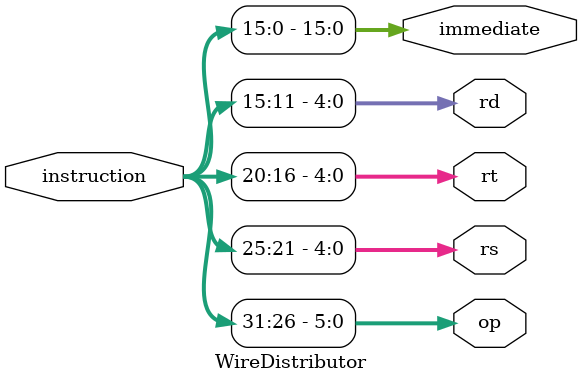
<source format=v>

module WireDistributor(
	input [31:0] instruction,
	output wire [5:0] op,
	output wire [4:0] rs,
	output wire [4:0] rt,
	output wire [4:0] rd,
	output wire [15:0] immediate
    );
	 
	 // ¸ù¾ÝMIPS32µÄÖ¸Áî¸ñÊ½£¬½«Ö¸Áî²»Í¬×Ö¶Î»®·Ö¿ª£¬²¢¸³Öµµ½¶ÔÓ¦wire±äÁ¿¡£×¢ÒârdÓëÁ¢¼´Êý¿É¹²Ïí²¿·ÖÏàÍ¬×Ö¶Î¡£
	 
	 assign op = instruction[31:26];
	 assign rs = instruction[25:21];
	 assign rt = instruction[20:16];
	 assign rd = instruction[15:11];
	 assign immediate = instruction[15:0];
endmodule

</source>
